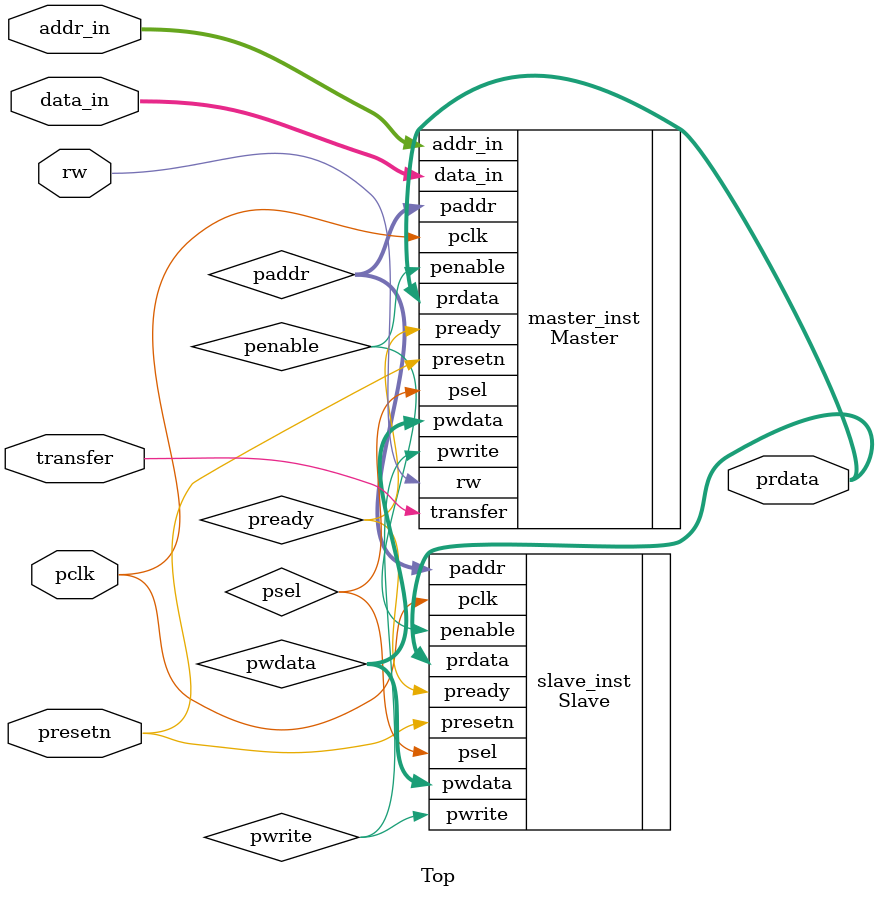
<source format=v>
`include "master.v"
`include "slave.v"
module Top #(parameter DATA = 32, ADDR = 32)(
    input  wire             pclk,
    input  wire             presetn,

    
    input  wire             transfer,
    input  wire             rw, 
    input  wire [ADDR-1:0]  addr_in,
    input  wire [DATA-1:0]  data_in,
    output wire [DATA-1:0]  prdata
);
 
    wire [ADDR-1:0] paddr;
    wire            pwrite;
    wire [DATA-1:0] pwdata;
    wire            psel;
    wire            penable;
    wire            pready;

    // Master
    Master #(.DATA(DATA), .ADDR(ADDR)) master_inst (
        .pclk   (pclk),
        .presetn(presetn),
        .pready (pready),
        .prdata (prdata),

      .transfer(transfer),
        .rw     (rw),
        .addr_in(addr_in),
        .data_in(data_in),

        .paddr  (paddr),
        .pwrite (pwrite),
        .pwdata (pwdata),
        .psel   (psel),
        .penable(penable)
    );

    // Slave
    Slave #(.DATA(DATA), .ADDR(ADDR)) slave_inst (
        .pclk   (pclk),
        .presetn(presetn),
        .paddr  (paddr),
        .pwrite (pwrite),
        .pwdata (pwdata),
        .psel   (psel),
        .penable(penable),

        .prdata (prdata),
        .pready (pready)
    );
endmodule

</source>
